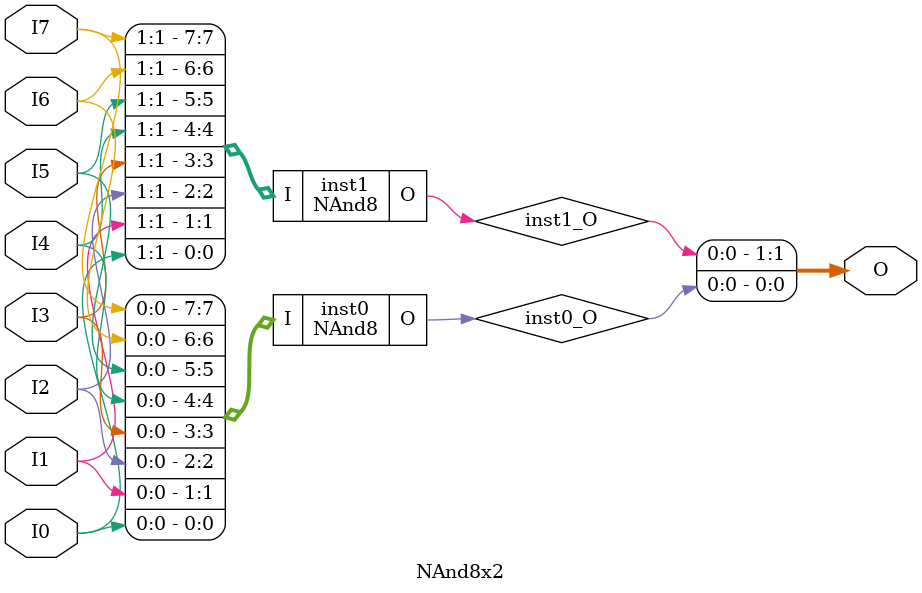
<source format=v>
module NAnd8 (input [7:0] I, output  O);
wire  inst0_O5;
wire  inst0_O6;
wire  inst1_O;
wire  inst2_O5;
wire  inst2_O6;
wire  inst3_O;
LUT6_2 #(.INIT(64'h8000800080008000)) inst0 (.I5(1'b1), .O5(inst0_O5), .O6(inst0_O6));
MUXCY inst1 (.DI(inst0_O5), .CI(1'b1), .S(inst0_O6), .O(inst1_O));
LUT6_2 #(.INIT(64'h8000800080008000)) inst2 (.I5(1'b1), .O5(inst2_O5), .O6(inst2_O6));
MUXCY inst3 (.DI(inst2_O5), .CI(inst1_O), .S(inst2_O6), .O(inst3_O));
assign O = inst3_O;
endmodule

module NAnd8x2 (input [1:0] I0, input [1:0] I1, input [1:0] I2, input [1:0] I3, input [1:0] I4, input [1:0] I5, input [1:0] I6, input [1:0] I7, output [1:0] O);
wire  inst0_O;
wire  inst1_O;
NAnd8 inst0 (.I({I7[0],I6[0],I5[0],I4[0],I3[0],I2[0],I1[0],I0[0]}), .O(inst0_O));
NAnd8 inst1 (.I({I7[1],I6[1],I5[1],I4[1],I3[1],I2[1],I1[1],I0[1]}), .O(inst1_O));
assign O = {inst1_O,inst0_O};
endmodule


</source>
